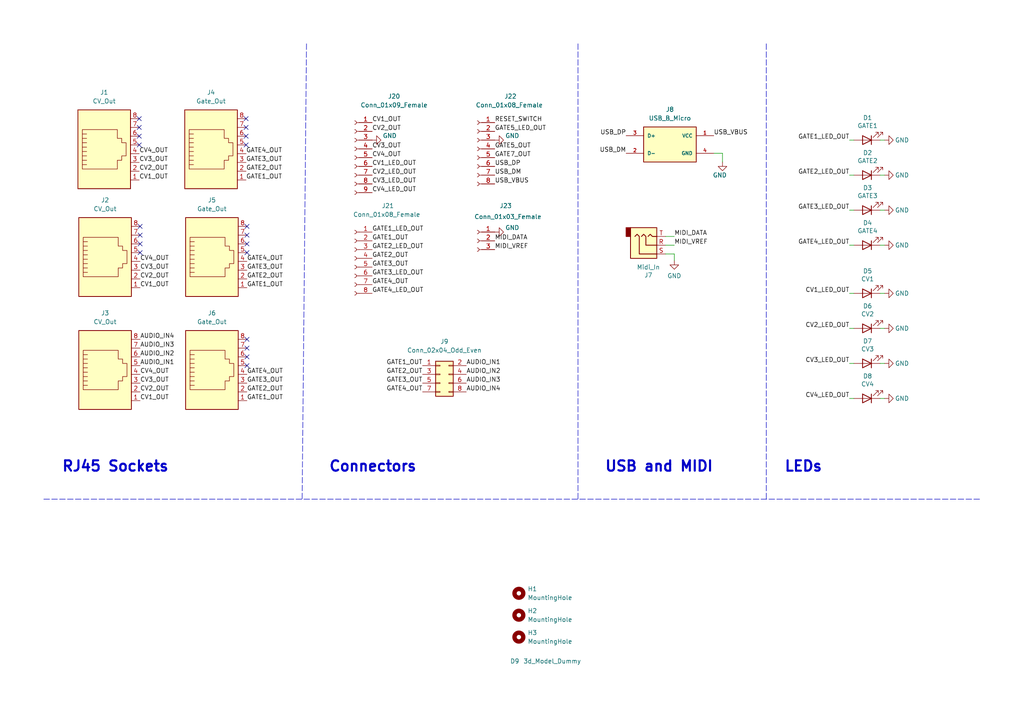
<source format=kicad_sch>
(kicad_sch (version 20211123) (generator eeschema)
  (paper "A4")
  (title_block (title "Quad MIDI Monger") (date "2023-02-28") (rev "v1.0") (company "Mountjoy Modular"))
  (lib_symbols
    (symbol "Connector:Conn_01x03_Female" (pin_names (offset 1.016) hide)
      (property "Reference" "J" (at 0 5.08 0))
      (property "Value" "Conn_01x03_Female" (at 0 -5.08 0))
      (symbol "Conn_01x03_Female_1_1"
        (arc (start 0 -2.032) (mid -0.508 -2.54) (end 0 -3.048) (stroke (width 0.1524)))
        (polyline (pts (xy -1.27 -2.54) (xy -0.508 -2.54)) (stroke (width 0.1524)))
        (polyline (pts (xy -1.27 0) (xy -0.508 0)) (stroke (width 0.1524)))
        (polyline (pts (xy -1.27 2.54) (xy -0.508 2.54)) (stroke (width 0.1524)))
        (arc (start 0 0.508) (mid -0.508 0) (end 0 -0.508) (stroke (width 0.1524)))
        (arc (start 0 3.048) (mid -0.508 2.54) (end 0 2.032) (stroke (width 0.1524)))
        (pin passive line (at -5.08 2.54 0) (length 3.81) (name "Pin_1") (number "1"))
        (pin passive line (at -5.08 0 0) (length 3.81) (name "Pin_2") (number "2"))
        (pin passive line (at -5.08 -2.54 0) (length 3.81) (name "Pin_3") (number "3"))
      )
    )
    (symbol "Connector:Conn_01x08_Female" (pin_names (offset 1.016) hide)
      (property "Reference" "J" (at 0 10.16 0))
      (property "Value" "Conn_01x08_Female" (at 0 -12.7 0))
      (symbol "Conn_01x08_Female_1_1"
        (arc (start 0 -9.652) (mid -0.508 -10.16) (end 0 -10.668) (stroke (width 0.1524)))
        (arc (start 0 -7.112) (mid -0.508 -7.62) (end 0 -8.128) (stroke (width 0.1524)))
        (arc (start 0 -4.572) (mid -0.508 -5.08) (end 0 -5.588) (stroke (width 0.1524)))
        (arc (start 0 -2.032) (mid -0.508 -2.54) (end 0 -3.048) (stroke (width 0.1524)))
        (polyline (pts (xy -1.27 -10.16) (xy -0.508 -10.16)) (stroke (width 0.1524)))
        (polyline (pts (xy -1.27 -7.62) (xy -0.508 -7.62)) (stroke (width 0.1524)))
        (polyline (pts (xy -1.27 -5.08) (xy -0.508 -5.08)) (stroke (width 0.1524)))
        (polyline (pts (xy -1.27 -2.54) (xy -0.508 -2.54)) (stroke (width 0.1524)))
        (polyline (pts (xy -1.27 0) (xy -0.508 0)) (stroke (width 0.1524)))
        (polyline (pts (xy -1.27 2.54) (xy -0.508 2.54)) (stroke (width 0.1524)))
        (polyline (pts (xy -1.27 5.08) (xy -0.508 5.08)) (stroke (width 0.1524)))
        (polyline (pts (xy -1.27 7.62) (xy -0.508 7.62)) (stroke (width 0.1524)))
        (arc (start 0 0.508) (mid -0.508 0) (end 0 -0.508) (stroke (width 0.1524)))
        (arc (start 0 3.048) (mid -0.508 2.54) (end 0 2.032) (stroke (width 0.1524)))
        (arc (start 0 5.588) (mid -0.508 5.08) (end 0 4.572) (stroke (width 0.1524)))
        (arc (start 0 8.128) (mid -0.508 7.62) (end 0 7.112) (stroke (width 0.1524)))
        (pin passive line (at -5.08 7.62 0) (length 3.81) (name "Pin_1") (number "1"))
        (pin passive line (at -5.08 5.08 0) (length 3.81) (name "Pin_2") (number "2"))
        (pin passive line (at -5.08 2.54 0) (length 3.81) (name "Pin_3") (number "3"))
        (pin passive line (at -5.08 0 0) (length 3.81) (name "Pin_4") (number "4"))
        (pin passive line (at -5.08 -2.54 0) (length 3.81) (name "Pin_5") (number "5"))
        (pin passive line (at -5.08 -5.08 0) (length 3.81) (name "Pin_6") (number "6"))
        (pin passive line (at -5.08 -7.62 0) (length 3.81) (name "Pin_7") (number "7"))
        (pin passive line (at -5.08 -10.16 0) (length 3.81) (name "Pin_8") (number "8"))
      )
    )
    (symbol "Connector:Conn_01x09_Female" (pin_names (offset 1.016) hide)
      (property "Reference" "J" (at 0 12.7 0))
      (property "Value" "Conn_01x09_Female" (at 0 -12.7 0))
      (symbol "Conn_01x09_Female_1_1"
        (arc (start 0 -9.652) (mid -0.508 -10.16) (end 0 -10.668) (stroke (width 0.1524)))
        (arc (start 0 -7.112) (mid -0.508 -7.62) (end 0 -8.128) (stroke (width 0.1524)))
        (arc (start 0 -4.572) (mid -0.508 -5.08) (end 0 -5.588) (stroke (width 0.1524)))
        (arc (start 0 -2.032) (mid -0.508 -2.54) (end 0 -3.048) (stroke (width 0.1524)))
        (polyline (pts (xy -1.27 -10.16) (xy -0.508 -10.16)) (stroke (width 0.1524)))
        (polyline (pts (xy -1.27 -7.62) (xy -0.508 -7.62)) (stroke (width 0.1524)))
        (polyline (pts (xy -1.27 -5.08) (xy -0.508 -5.08)) (stroke (width 0.1524)))
        (polyline (pts (xy -1.27 -2.54) (xy -0.508 -2.54)) (stroke (width 0.1524)))
        (polyline (pts (xy -1.27 0) (xy -0.508 0)) (stroke (width 0.1524)))
        (polyline (pts (xy -1.27 2.54) (xy -0.508 2.54)) (stroke (width 0.1524)))
        (polyline (pts (xy -1.27 5.08) (xy -0.508 5.08)) (stroke (width 0.1524)))
        (polyline (pts (xy -1.27 7.62) (xy -0.508 7.62)) (stroke (width 0.1524)))
        (polyline (pts (xy -1.27 10.16) (xy -0.508 10.16)) (stroke (width 0.1524)))
        (arc (start 0 0.508) (mid -0.508 0) (end 0 -0.508) (stroke (width 0.1524)))
        (arc (start 0 3.048) (mid -0.508 2.54) (end 0 2.032) (stroke (width 0.1524)))
        (arc (start 0 5.588) (mid -0.508 5.08) (end 0 4.572) (stroke (width 0.1524)))
        (arc (start 0 8.128) (mid -0.508 7.62) (end 0 7.112) (stroke (width 0.1524)))
        (arc (start 0 10.668) (mid -0.508 10.16) (end 0 9.652) (stroke (width 0.1524)))
        (pin passive line (at -5.08 10.16 0) (length 3.81) (name "Pin_1") (number "1"))
        (pin passive line (at -5.08 7.62 0) (length 3.81) (name "Pin_2") (number "2"))
        (pin passive line (at -5.08 5.08 0) (length 3.81) (name "Pin_3") (number "3"))
        (pin passive line (at -5.08 2.54 0) (length 3.81) (name "Pin_4") (number "4"))
        (pin passive line (at -5.08 0 0) (length 3.81) (name "Pin_5") (number "5"))
        (pin passive line (at -5.08 -2.54 0) (length 3.81) (name "Pin_6") (number "6"))
        (pin passive line (at -5.08 -5.08 0) (length 3.81) (name "Pin_7") (number "7"))
        (pin passive line (at -5.08 -7.62 0) (length 3.81) (name "Pin_8") (number "8"))
        (pin passive line (at -5.08 -10.16 0) (length 3.81) (name "Pin_9") (number "9"))
      )
    )
    (symbol "Connector:RJ45" (pin_names (offset 1.016))
      (property "Reference" "J" (at -5.08 13.97 0))
      (property "Value" "RJ45" (at 2.54 13.97 0))
      (symbol "RJ45_0_1"
        (polyline (pts (xy -5.08 4.445) (xy -6.35 4.445)))
        (polyline (pts (xy -5.08 5.715) (xy -6.35 5.715)))
        (polyline (pts (xy -6.35 -3.175) (xy -5.08 -3.175) (xy -5.08 -3.175)))
        (polyline (pts (xy -6.35 -1.905) (xy -5.08 -1.905) (xy -5.08 -1.905)))
        (polyline (pts (xy -6.35 -0.635) (xy -5.08 -0.635) (xy -5.08 -0.635)))
        (polyline (pts (xy -6.35 0.635) (xy -5.08 0.635) (xy -5.08 0.635)))
        (polyline (pts (xy -6.35 1.905) (xy -5.08 1.905) (xy -5.08 1.905)))
        (polyline (pts (xy -5.08 3.175) (xy -6.35 3.175) (xy -6.35 3.175)))
        (polyline (pts (xy -6.35 -4.445) (xy -6.35 6.985) (xy 3.81 6.985) (xy 3.81 4.445) (xy 5.08 4.445) (xy 5.08 3.175) (xy 6.35 3.175) (xy 6.35 -0.635) (xy 5.08 -0.635) (xy 5.08 -1.905) (xy 3.81 -1.905) (xy 3.81 -4.445) (xy -6.35 -4.445) (xy -6.35 -4.445)))
        (rectangle (start 7.62 12.7) (end -7.62 -10.16) (stroke (width 0.254)) (fill (type background)))
      )
      (symbol "RJ45_1_1"
        (pin passive line (at 10.16 -7.62 180) (length 2.54) (name "~") (number "1"))
        (pin passive line (at 10.16 -5.08 180) (length 2.54) (name "~") (number "2"))
        (pin passive line (at 10.16 -2.54 180) (length 2.54) (name "~") (number "3"))
        (pin passive line (at 10.16 0 180) (length 2.54) (name "~") (number "4"))
        (pin passive line (at 10.16 2.54 180) (length 2.54) (name "~") (number "5"))
        (pin passive line (at 10.16 5.08 180) (length 2.54) (name "~") (number "6"))
        (pin passive line (at 10.16 7.62 180) (length 2.54) (name "~") (number "7"))
        (pin passive line (at 10.16 10.16 180) (length 2.54) (name "~") (number "8"))
      )
    )
    (symbol "Connector_Generic:Conn_02x04_Odd_Even" (pin_names (offset 1.016) hide)
      (property "Reference" "J" (at 1.27 5.08 0))
      (property "Value" "Conn_02x04_Odd_Even" (at 1.27 -7.62 0))
      (symbol "Conn_02x04_Odd_Even_1_1"
        (rectangle (start -1.27 -4.953) (end 0 -5.207) (stroke (width 0.1524)))
        (rectangle (start -1.27 -2.413) (end 0 -2.667) (stroke (width 0.1524)))
        (rectangle (start -1.27 0.127) (end 0 -0.127) (stroke (width 0.1524)))
        (rectangle (start -1.27 2.667) (end 0 2.413) (stroke (width 0.1524)))
        (rectangle (start -1.27 3.81) (end 3.81 -6.35) (stroke (width 0.254)) (fill (type background)))
        (rectangle (start 3.81 -4.953) (end 2.54 -5.207) (stroke (width 0.1524)))
        (rectangle (start 3.81 -2.413) (end 2.54 -2.667) (stroke (width 0.1524)))
        (rectangle (start 3.81 0.127) (end 2.54 -0.127) (stroke (width 0.1524)))
        (rectangle (start 3.81 2.667) (end 2.54 2.413) (stroke (width 0.1524)))
        (pin passive line (at -5.08 2.54 0) (length 3.81) (name "Pin_1") (number "1"))
        (pin passive line (at 7.62 2.54 180) (length 3.81) (name "Pin_2") (number "2"))
        (pin passive line (at -5.08 0 0) (length 3.81) (name "Pin_3") (number "3"))
        (pin passive line (at 7.62 0 180) (length 3.81) (name "Pin_4") (number "4"))
        (pin passive line (at -5.08 -2.54 0) (length 3.81) (name "Pin_5") (number "5"))
        (pin passive line (at 7.62 -2.54 180) (length 3.81) (name "Pin_6") (number "6"))
        (pin passive line (at -5.08 -5.08 0) (length 3.81) (name "Pin_7") (number "7"))
        (pin passive line (at 7.62 -5.08 180) (length 3.81) (name "Pin_8") (number "8"))
      )
    )
    (symbol "Device:LED" (pin_numbers hide) (pin_names (offset 1.016) hide)
      (property "Reference" "D" (at 0 2.54 0))
      (property "Value" "LED" (at 0 -2.54 0))
      (symbol "LED_0_1"
        (polyline (pts (xy -1.27 -1.27) (xy -1.27 1.27)) (stroke (width 0.254)))
        (polyline (pts (xy -1.27 0) (xy 1.27 0)))
        (polyline (pts (xy 1.27 -1.27) (xy 1.27 1.27) (xy -1.27 0) (xy 1.27 -1.27)) (stroke (width 0.254)))
        (polyline (pts (xy -3.048 -0.762) (xy -4.572 -2.286) (xy -3.81 -2.286) (xy -4.572 -2.286) (xy -4.572 -1.524)))
        (polyline (pts (xy -1.778 -0.762) (xy -3.302 -2.286) (xy -2.54 -2.286) (xy -3.302 -2.286) (xy -3.302 -1.524)))
      )
      (symbol "LED_1_1"
        (pin passive line (at -3.81 0 0) (length 2.54) (name "K") (number "1"))
        (pin passive line (at 3.81 0 180) (length 2.54) (name "A") (number "2"))
      )
    )
    (symbol "Mechanical:MountingHole" (pin_names (offset 1.016))
      (property "Reference" "H" (at 0 5.08 0))
      (property "Value" "MountingHole" (at 0 3.175 0))
      (symbol "MountingHole_0_1"
        (circle (center 0 0) (radius 1.27) (stroke (width 1.27)))
      )
    )
    (symbol "Mountjoy:3d_Model_Dummy"
      (property "Reference" "D" (at 0 0 0))
      (property "Value" "3d_Model_Dummy" (at 0 0 0))
    )
    (symbol "USB_TE_1734517-1:1734517-1" (pin_names (offset 1.016))
      (property "Reference" "J?" (at -1.27 5.715 0))
      (property "Value" "1734517-1" (at -6.35 -7.62 0))
      (symbol "1734517-1_0_0"
        (rectangle (start -7.62 -5.08) (end 7.62 5.08) (stroke (width 0.254)) (fill (type background)))
        (pin output line (at 12.7 2.54 180) (length 5.08) (name "VCC") (number "1"))
        (pin bidirectional line (at -12.7 -2.54 0) (length 5.08) (name "D-") (number "2"))
        (pin bidirectional line (at -12.7 2.54 0) (length 5.08) (name "D+") (number "3"))
        (pin power_in line (at 12.7 -2.54 180) (length 5.08) (name "GND") (number "4"))
        (pin no_connect line (at -12.7 0 0) (length 5.08) hide (name "SLD") (number "5"))
        (pin no_connect line (at 12.7 0 180) (length 5.08) hide (name "SLD") (number "6"))
      )
    )
    (symbol "power:GND" (power) (pin_names (offset 0))
      (property "Value" "GND" (at 0 -3.81 0))
      (symbol "GND_0_1"
        (polyline (pts (xy 0 0) (xy 0 -1.27) (xy 1.27 -1.27) (xy 0 -2.54) (xy -1.27 -1.27) (xy 0 -1.27)))
      )
      (symbol "GND_1_1"
        (pin power_in line (at 0 0 270) (length 0) hide (name "GND") (number "1"))
      )
    )
    (symbol "thonkiconn:AudioJack3"
      (property "Reference" "J" (at 0 8.89 0))
      (property "Value" "AudioJack3" (at 0 6.35 0))
      (symbol "AudioJack3_0_1"
        (rectangle (start -5.08 -5.08) (end -6.35 -2.54) (stroke (width 0.254)) (fill (type outline)))
        (polyline (pts (xy 0 -2.54) (xy 0.635 -3.175) (xy 1.27 -2.54) (xy 2.54 -2.54)) (stroke (width 0.254)))
        (polyline (pts (xy -1.905 -2.54) (xy -1.27 -3.175) (xy -0.635 -2.54) (xy -0.635 0) (xy 2.54 0)) (stroke (width 0.254)))
        (polyline (pts (xy 2.54 2.54) (xy -2.54 2.54) (xy -2.54 -2.54) (xy -3.175 -3.175) (xy -3.81 -2.54)) (stroke (width 0.254)))
        (rectangle (start 2.54 3.81) (end -5.08 -5.08) (stroke (width 0.254)) (fill (type background)))
      )
      (symbol "AudioJack3_1_1"
        (pin passive line (at 5.08 0 180) (length 2.54) (name "~") (number "R"))
        (pin passive line (at 5.08 2.54 180) (length 2.54) (name "~") (number "S"))
        (pin passive line (at 5.08 -2.54 180) (length 2.54) (name "~") (number "T"))
      )
    )
  )
  (no_connect (at 40.386 42.037))
  (no_connect (at 71.628 100.965))
  (no_connect (at 71.374 36.957))
  (no_connect (at 40.64 73.279))
  (no_connect (at 71.628 106.045))
  (no_connect (at 40.386 36.957))
  (no_connect (at 71.628 65.659))
  (no_connect (at 71.628 103.505))
  (no_connect (at 40.64 65.659))
  (no_connect (at 71.628 70.739))
  (no_connect (at 71.628 73.279))
  (no_connect (at 40.386 34.417))
  (no_connect (at 40.386 39.497))
  (no_connect (at 40.64 68.199))
  (no_connect (at 71.374 34.417))
  (no_connect (at 71.628 98.425))
  (no_connect (at 71.374 39.497))
  (no_connect (at 71.628 68.199))
  (no_connect (at 71.374 42.037))
  (no_connect (at 40.64 70.739))
  (polyline (pts (xy 12.7 144.78) (xy 284.48 144.78)))
  (wire (pts (xy 255.27 50.8) (xy 256.54 50.8)))
  (polyline (pts (xy 88.9 12.7) (xy 87.63 144.78)))
  (wire (pts (xy 246.38 40.64) (xy 247.65 40.64)))
  (polyline (pts (xy 222.25 12.7) (xy 222.25 144.78)))
  (wire (pts (xy 193.04 68.58) (xy 195.58 68.58)))
  (wire (pts (xy 255.27 71.12) (xy 256.54 71.12)))
  (wire (pts (xy 255.27 95.25) (xy 256.54 95.25)))
  (wire (pts (xy 193.04 73.66) (xy 195.58 73.66)))
  (wire (pts (xy 246.38 115.57) (xy 247.65 115.57)))
  (wire (pts (xy 255.27 60.96) (xy 256.54 60.96)))
  (wire (pts (xy 255.27 115.57) (xy 256.54 115.57)))
  (polyline (pts (xy 167.64 12.7) (xy 167.64 144.78)))
  (wire (pts (xy 209.55 44.45) (xy 209.55 46.99)))
  (wire (pts (xy 246.38 50.8) (xy 247.65 50.8)))
  (wire (pts (xy 255.27 85.09) (xy 256.54 85.09)))
  (wire (pts (xy 255.27 40.64) (xy 256.54 40.64)))
  (wire (pts (xy 195.58 73.66) (xy 195.58 75.565)))
  (wire (pts (xy 193.04 71.12) (xy 195.58 71.12)))
  (wire (pts (xy 255.27 105.41) (xy 256.54 105.41)))
  (wire (pts (xy 246.38 95.25) (xy 247.65 95.25)))
  (wire (pts (xy 207.01 44.45) (xy 209.55 44.45)))
  (wire (pts (xy 246.38 85.09) (xy 247.65 85.09)))
  (wire (pts (xy 246.38 60.96) (xy 247.65 60.96)))
  (wire (pts (xy 246.38 105.41) (xy 247.65 105.41)))
  (wire (pts (xy 246.38 71.12) (xy 247.65 71.12)))
  (text "RJ45 Sockets" (at 17.78 137.16 0) (effects (font (size 3 3) (thickness 0.6) bold) (justify left bottom)))
  (text "LEDs" (at 227.33 137.16 0) (effects (font (size 3 3) (thickness 0.6) bold) (justify left bottom)))
  (text "USB and MIDI" (at 175.26 137.16 0) (effects (font (size 3 3) (thickness 0.6) bold) (justify left bottom)))
  (text "Connectors" (at 95.25 137.16 0) (effects (font (size 3 3) (thickness 0.6) bold) (justify left bottom)))
  (label "CV1_OUT" (at 40.64 116.205 0))
  (label "GATE2_OUT" (at 71.374 49.657 0))
  (label "GATE3_OUT" (at 71.628 111.125 0))
  (label "USB_VBUS" (at 143.51 53.34 0))
  (label "GATE4_OUT" (at 107.95 82.55 0))
  (label "CV1_OUT" (at 40.64 83.439 0))
  (label "CV4_LED_OUT" (at 246.38 115.57 180))
  (label "GATE4_LED_OUT" (at 246.38 71.12 180))
  (label "CV3_OUT" (at 40.64 78.359 0))
  (label "GATE1_OUT" (at 71.628 116.205 0))
  (label "GATE3_LED_OUT" (at 107.95 80.01 0))
  (label "GATE3_OUT" (at 71.374 47.117 0))
  (label "CV3_OUT" (at 40.64 111.125 0))
  (label "CV2_LED_OUT" (at 107.95 50.8 0))
  (label "GATE2_OUT" (at 71.628 113.665 0))
  (label "GATE2_OUT" (at 107.95 74.93 0))
  (label "CV3_OUT" (at 40.386 47.117 0))
  (label "CV2_OUT" (at 40.64 80.899 0))
  (label "AUDIO_IN1" (at 135.255 106.045 0))
  (label "RESET_SWITCH" (at 143.51 35.56 0))
  (label "MIDI_VREF" (at 195.58 71.12 0))
  (label "CV4_OUT" (at 40.64 108.585 0))
  (label "GATE5_LED_OUT" (at 143.51 38.1 0))
  (label "GATE3_LED_OUT" (at 246.38 60.96 180))
  (label "CV2_LED_OUT" (at 246.38 95.25 180))
  (label "GATE1_OUT" (at 71.374 52.197 0))
  (label "AUDIO_IN2" (at 40.64 103.505 0))
  (label "CV2_OUT" (at 107.95 38.1 0))
  (label "AUDIO_IN3" (at 135.255 111.125 0))
  (label "USB_DP" (at 143.51 48.26 0))
  (label "GATE7_OUT" (at 143.51 45.72 0))
  (label "GATE1_OUT" (at 107.95 69.85 0))
  (label "USB_VBUS" (at 207.01 39.37 0))
  (label "AUDIO_IN4" (at 40.64 98.425 0))
  (label "AUDIO_IN3" (at 40.64 100.965 0))
  (label "GATE2_LED_OUT" (at 246.38 50.8 180))
  (label "GATE2_OUT" (at 71.628 80.899 0))
  (label "USB_DM" (at 143.51 50.8 0))
  (label "CV2_OUT" (at 40.386 49.657 0))
  (label "GATE2_OUT" (at 122.555 108.585 180))
  (label "GATE4_OUT" (at 71.374 44.577 0))
  (label "GATE3_OUT" (at 71.628 78.359 0))
  (label "CV4_LED_OUT" (at 107.95 55.88 0))
  (label "GATE1_LED_OUT" (at 246.38 40.64 180))
  (label "CV3_LED_OUT" (at 246.38 105.41 180))
  (label "GATE5_OUT" (at 143.51 43.18 0))
  (label "USB_DM" (at 181.61 44.45 180))
  (label "USB_DP" (at 181.61 39.37 180))
  (label "MIDI_VREF" (at 143.51 72.39 0))
  (label "CV1_LED_OUT" (at 246.38 85.09 180))
  (label "CV1_OUT" (at 107.95 35.56 0))
  (label "CV4_OUT" (at 40.386 44.577 0))
  (label "GATE2_LED_OUT" (at 107.95 72.39 0))
  (label "AUDIO_IN1" (at 40.64 106.045 0))
  (label "GATE1_OUT" (at 71.628 83.439 0))
  (label "GATE4_OUT" (at 71.628 75.819 0))
  (label "CV3_LED_OUT" (at 107.95 53.34 0))
  (label "GATE4_LED_OUT" (at 107.95 85.09 0))
  (label "GATE1_OUT" (at 122.555 106.045 180))
  (label "GATE4_OUT" (at 71.628 108.585 0))
  (label "MIDI_DATA" (at 143.51 69.85 0))
  (label "CV2_OUT" (at 40.64 113.665 0))
  (label "CV1_OUT" (at 40.386 52.197 0))
  (label "GATE4_OUT" (at 122.555 113.665 180))
  (label "CV4_OUT" (at 107.95 45.72 0))
  (label "CV1_LED_OUT" (at 107.95 48.26 0))
  (label "GATE3_OUT" (at 107.95 77.47 0))
  (label "CV3_OUT" (at 107.95 43.18 0))
  (label "GATE3_OUT" (at 122.555 111.125 180))
  (label "CV4_OUT" (at 40.64 75.819 0))
  (label "AUDIO_IN4" (at 135.255 113.665 0))
  (label "GATE1_LED_OUT" (at 107.95 67.31 0))
  (label "AUDIO_IN2" (at 135.255 108.585 0))
  (label "MIDI_DATA" (at 195.58 68.58 0))
  (symbol (lib_id "Connector:Conn_01x09_Female") (at 102.87 45.72 0) (mirror y) (unit 1)
    (property "Reference" "J20" (at 114.3 27.94 0))
    (property "Value" "Conn_01x09_Female" (at 114.3 30.48 0))
    (property "Footprint" "Socket_Strips:Socket_Strip_Straight_1x09_Pitch2.54mm" (effects hide))
  )
  (symbol (lib_id "power:GND") (at 107.95 40.64 90) (unit 1)
    (property "Reference" "#PWR0101" (effects hide))
    (property "Value" "GND" (at 113.03 39.37 90))
  )
  (symbol (lib_id "Device:LED") (at 251.46 40.64 180) (unit 1)
    (property "Reference" "D1" (at 251.6378 34.163 0))
    (property "Value" "GATE1" (at 251.6378 36.4744 0))
    (property "Footprint" "LEDs:LED_D3.0mm" (effects hide))
  )
  (symbol (lib_id "power:GND") (at 256.54 40.64 90) (mirror x) (unit 1)
    (property "Reference" "#PWR017" (effects hide))
    (property "Value" "GND" (at 261.62 40.64 90))
  )
  (symbol (lib_id "Connector:Conn_01x08_Female") (at 102.87 74.93 0) (mirror y) (unit 1)
    (property "Reference" "J21" (at 114.3 59.69 0) (effects (justify left)))
    (property "Value" "Conn_01x08_Female" (at 121.92 62.23 0) (effects (justify left)))
    (property "Footprint" "Socket_Strips:Socket_Strip_Straight_1x08_Pitch2.54mm" (effects hide))
  )
  (symbol (lib_id "Connector:Conn_01x08_Female") (at 138.43 43.18 0) (mirror y) (unit 1)
    (property "Reference" "J22" (at 149.86 27.94 0) (effects (justify left)))
    (property "Value" "Conn_01x08_Female" (at 157.48 30.48 0) (effects (justify left)))
    (property "Footprint" "Socket_Strips:Socket_Strip_Straight_1x08_Pitch2.54mm" (effects hide))
  )
  (symbol (lib_id "Device:LED") (at 251.46 50.8 180) (unit 1)
    (property "Reference" "D2" (at 251.6378 44.323 0))
    (property "Value" "GATE2" (at 251.6378 46.6344 0))
    (property "Footprint" "LEDs:LED_D3.0mm" (effects hide))
  )
  (symbol (lib_id "power:GND") (at 256.54 50.8 90) (mirror x) (unit 1)
    (property "Reference" "#PWR018" (effects hide))
    (property "Value" "GND" (at 261.62 50.8 90))
  )
  (symbol (lib_id "Device:LED") (at 251.46 60.96 180) (unit 1)
    (property "Reference" "D3" (at 251.6378 54.483 0))
    (property "Value" "GATE3" (at 251.6378 56.7944 0))
    (property "Footprint" "LEDs:LED_D3.0mm" (effects hide))
  )
  (symbol (lib_id "power:GND") (at 256.54 60.96 90) (mirror x) (unit 1)
    (property "Reference" "#PWR019" (effects hide))
    (property "Value" "GND" (at 261.62 60.96 90))
  )
  (symbol (lib_id "Device:LED") (at 251.46 71.12 180) (unit 1)
    (property "Reference" "D4" (at 251.6378 64.643 0))
    (property "Value" "GATE4" (at 251.6378 66.9544 0))
    (property "Footprint" "LEDs:LED_D3.0mm" (effects hide))
  )
  (symbol (lib_id "power:GND") (at 256.54 71.12 90) (mirror x) (unit 1)
    (property "Reference" "#PWR020" (effects hide))
    (property "Value" "GND" (at 261.62 71.12 90))
  )
  (symbol (lib_id "Device:LED") (at 251.46 85.09 180) (unit 1)
    (property "Reference" "D5" (at 251.6378 78.613 0))
    (property "Value" "CV1" (at 251.6378 80.9244 0))
    (property "Footprint" "LEDs:LED_D3.0mm" (effects hide))
  )
  (symbol (lib_id "Device:LED") (at 251.46 95.25 180) (unit 1)
    (property "Reference" "D6" (at 251.6378 88.773 0))
    (property "Value" "CV2" (at 251.6378 91.0844 0))
    (property "Footprint" "LEDs:LED_D3.0mm" (effects hide))
  )
  (symbol (lib_id "Device:LED") (at 251.46 105.41 180) (unit 1)
    (property "Reference" "D7" (at 251.6378 98.933 0))
    (property "Value" "CV3" (at 251.6378 101.2444 0))
    (property "Footprint" "LEDs:LED_D3.0mm" (effects hide))
  )
  (symbol (lib_id "Device:LED") (at 251.46 115.57 180) (unit 1)
    (property "Reference" "D8" (at 251.6378 109.093 0))
    (property "Value" "CV4" (at 251.6378 111.4044 0))
    (property "Footprint" "LEDs:LED_D3.0mm" (effects hide))
  )
  (symbol (lib_id "power:GND") (at 256.54 85.09 90) (mirror x) (unit 1)
    (property "Reference" "#PWR021" (effects hide))
    (property "Value" "GND" (at 261.62 85.09 90))
  )
  (symbol (lib_id "power:GND") (at 256.54 95.25 90) (mirror x) (unit 1)
    (property "Reference" "#PWR022" (effects hide))
    (property "Value" "GND" (at 261.62 95.25 90))
  )
  (symbol (lib_id "power:GND") (at 256.54 105.41 90) (mirror x) (unit 1)
    (property "Reference" "#PWR023" (effects hide))
    (property "Value" "GND" (at 261.62 105.41 90))
  )
  (symbol (lib_id "power:GND") (at 256.54 115.57 90) (mirror x) (unit 1)
    (property "Reference" "#PWR024" (effects hide))
    (property "Value" "GND" (at 261.62 115.57 90))
  )
  (symbol (lib_id "power:GND") (at 143.51 40.64 90) (unit 1)
    (property "Reference" "#PWR01" (effects hide))
    (property "Value" "GND" (at 148.59 39.37 90))
  )
  (symbol (lib_id "power:GND") (at 143.51 67.31 90) (unit 1)
    (property "Reference" "#PWR06" (effects hide))
    (property "Value" "GND" (at 148.59 66.04 90))
  )
  (symbol (lib_id "Mechanical:MountingHole") (at 150.495 178.435 0) (unit 1)
    (property "Reference" "H2" (at 153.035 177.1649 0) (effects (justify left)))
    (property "Value" "MountingHole" (at 153.035 179.7049 0) (effects (justify left)))
    (property "Footprint" "MountingHole:MountingHole_3.2mm_M3_ISO14580" (effects hide))
  )
  (symbol (lib_id "USB_TE_1734517-1:1734517-1") (at 194.31 41.91 0) (unit 1)
    (property "Reference" "J8" (at 194.31 31.75 0))
    (property "Value" "USB_B_Micro" (at 194.31 34.29 0))
    (property "Footprint" "Custom_Footprints:USB_TE_1734517-1" (effects hide))
    (property "Datasheet" "https://uk.rs-online.com/web/p/products/7187236/" (effects hide))
  )
  (symbol (lib_id "Mechanical:MountingHole") (at 150.495 184.785 0) (unit 1)
    (property "Reference" "H3" (at 153.035 183.5149 0) (effects (justify left)))
    (property "Value" "MountingHole" (at 153.035 186.0549 0) (effects (justify left)))
    (property "Footprint" "MountingHole:MountingHole_3.2mm_M3_ISO14580" (effects hide))
  )
  (symbol (lib_id "Connector:RJ45") (at 61.468 108.585 0) (unit 1)
    (property "Reference" "J6" (at 61.468 90.805 0))
    (property "Value" "Gate_Out" (at 61.468 93.345 0))
    (property "Footprint" "Custom_Footprints:RJ45_Molex_42878-8506" (effects hide))
  )
  (symbol (lib_id "Mountjoy:3d_Model_Dummy") (at 150.495 190.5 0) (unit 1)
    (property "Reference" "D9" (at 147.955 191.77 0) (effects (justify left)))
    (property "Value" "3d_Model_Dummy" (at 151.765 191.7699 0) (effects (justify left)))
    (property "Footprint" "Custom_Footprints:3D_Dummy" (effects hide))
  )
  (symbol (lib_id "thonkiconn:AudioJack3") (at 187.96 71.12 0) (mirror x) (unit 1)
    (property "Reference" "J7" (at 188.0616 79.8068 0))
    (property "Value" "Midi_In" (at 188.0616 77.4954 0))
    (property "Footprint" "Custom_Footprints:Thonkiconn_Stereo-PJ366ST" (effects hide))
  )
  (symbol (lib_id "Connector:RJ45") (at 61.468 75.819 0) (unit 1)
    (property "Reference" "J5" (at 61.468 58.039 0))
    (property "Value" "Gate_Out" (at 61.468 60.579 0))
    (property "Footprint" "Custom_Footprints:RJ45_Molex_42878-8506" (effects hide))
  )
  (symbol (lib_id "Connector:RJ45") (at 30.48 108.585 0) (unit 1)
    (property "Reference" "J3" (at 30.48 90.805 0))
    (property "Value" "CV_Out" (at 30.48 93.345 0))
    (property "Footprint" "Custom_Footprints:RJ45_Molex_42878-8506" (effects hide))
  )
  (symbol (lib_id "Connector:RJ45") (at 30.48 75.819 0) (unit 1)
    (property "Reference" "J2" (at 30.48 58.039 0))
    (property "Value" "CV_Out" (at 30.48 60.579 0))
    (property "Footprint" "Custom_Footprints:RJ45_Molex_42878-8506" (effects hide))
  )
  (symbol (lib_id "Connector:RJ45") (at 30.226 44.577 0) (unit 1)
    (property "Reference" "J1" (at 30.226 26.797 0))
    (property "Value" "CV_Out" (at 30.226 29.337 0))
    (property "Footprint" "Custom_Footprints:RJ45_Molex_42878-8506" (effects hide))
  )
  (symbol (lib_id "Mechanical:MountingHole") (at 150.495 172.085 0) (unit 1)
    (property "Reference" "H1" (at 153.035 170.8149 0) (effects (justify left)))
    (property "Value" "MountingHole" (at 153.035 173.3549 0) (effects (justify left)))
    (property "Footprint" "MountingHole:MountingHole_3.2mm_M3_ISO14580" (effects hide))
  )
  (symbol (lib_id "Connector_Generic:Conn_02x04_Odd_Even") (at 127.635 108.585 0) (unit 1)
    (property "Reference" "J9" (at 128.905 99.06 0))
    (property "Value" "Conn_02x04_Odd_Even" (at 128.905 101.6 0))
    (property "Footprint" "Connector_PinHeader_2.54mm:PinHeader_2x04_P2.54mm_Vertical" (effects hide))
  )
  (symbol (lib_id "power:GND") (at 195.58 75.565 0) (unit 1)
    (property "Reference" "#PWR02" (effects hide))
    (property "Value" "GND" (at 195.58 80.01 0))
  )
  (symbol (lib_id "power:GND") (at 209.55 46.99 0) (unit 1)
    (property "Reference" "#PWR03" (effects hide))
    (property "Value" "GND" (at 210.82 50.8 0) (effects (justify right)))
  )
  (symbol (lib_id "Connector:Conn_01x03_Female") (at 138.43 69.85 0) (mirror y) (unit 1)
    (property "Reference" "J23" (at 146.685 59.69 0))
    (property "Value" "Conn_01x03_Female" (at 147.32 62.865 0))
    (property "Footprint" "Connector_PinHeader_2.54mm:PinHeader_1x03_P2.54mm_Vertical" (effects hide))
  )
  (symbol (lib_id "Connector:RJ45") (at 61.214 44.577 0) (unit 1)
    (property "Reference" "J4" (at 61.214 26.797 0))
    (property "Value" "Gate_Out" (at 61.214 29.337 0))
    (property "Footprint" "Custom_Footprints:RJ45_Molex_42878-8506" (effects hide))
  )
)
</source>
